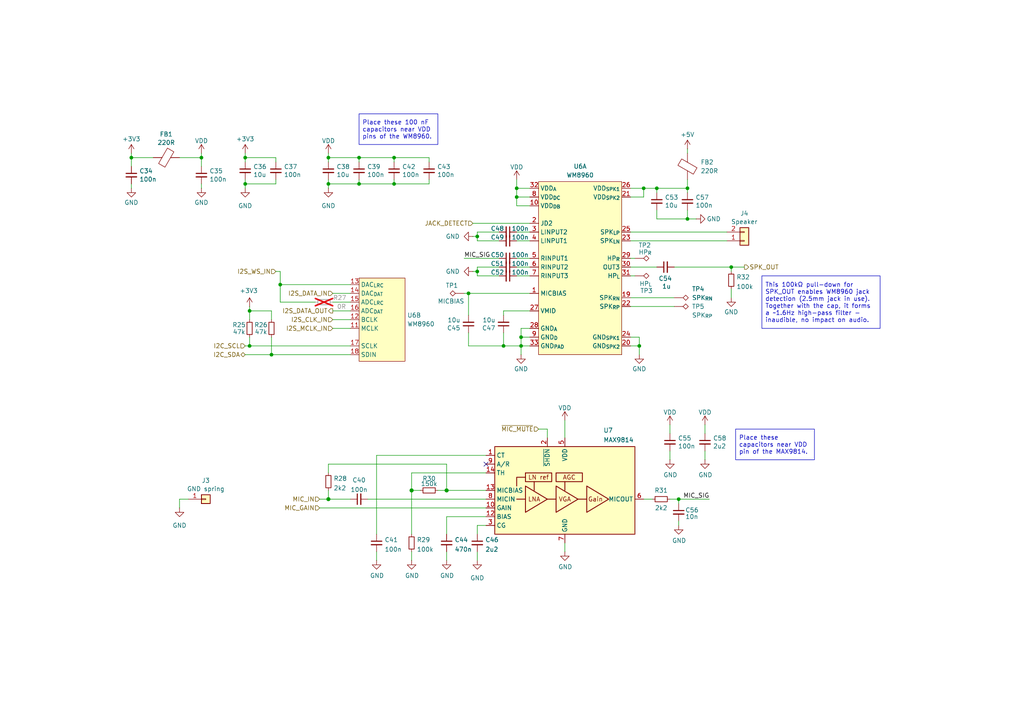
<source format=kicad_sch>
(kicad_sch (version 20250114) (generator "eeschema") (generator_version "9.0")
  (paper "A4")
  (title_block (title "LinHT - Linux-based SDR handheld transceiver") (date "17 July 2025") (rev "A") (company "M17 Foundation") (comment 1 "Author: Wojciech SP5WWP, Andy OE3ANC, Vlastimil OK5VAS"))
  (lib_symbols
    (symbol "Amplifier_Audio:MAX9814"
      (property "Reference" "U" (at -20.32 13.97 0))
      (property "Value" "MAX9814" (at 11.43 13.97 0))
      (symbol "MAX9814_0_0"
        (rectangle (start -11.43 5.08) (end -3.81 2.54) (stroke (width 0.254)))
        (polyline (pts (xy -11.43 3.81) (xy -13.97 3.81) (xy -13.97 1.27)) (stroke (width 0.254)))
        (polyline (pts (xy -11.43 -2.54) (xy -13.97 -2.54)) (stroke (width 0.254)))
        (polyline (pts (xy -8.89 2.54) (xy -8.89 0)) (stroke (width 0.254)))
        (polyline (pts (xy -5.08 -2.54) (xy -11.43 1.27) (xy -11.43 -6.35) (xy -5.08 -2.54)) (stroke (width 0.254)))
        (rectangle (start -2.54 5.08) (end 5.08 2.54) (stroke (width 0.254)))
        (polyline (pts (xy -2.54 -2.54) (xy -5.08 -2.54)) (stroke (width 0.254)))
        (polyline (pts (xy 0 2.54) (xy 0 0)) (stroke (width 0.254)))
        (polyline (pts (xy 3.81 -2.54) (xy 6.35 -2.54)) (stroke (width 0.254)))
        (polyline (pts (xy 3.81 -2.54) (xy -2.54 1.27) (xy -2.54 -6.35) (xy 3.81 -2.54)) (stroke (width 0.254)))
        (polyline (pts (xy 12.7 -2.54) (xy 6.35 1.27) (xy 6.35 -6.35) (xy 12.7 -2.54)) (stroke (width 0.254)))
        (text "LNA" (at -8.89 -2.54 0) (effects (font (size 1.27 1.27))))
        (text "LN ref" (at -7.62 3.81 0) (effects (font (size 1.27 1.27))))
        (text "VGA" (at 0 -2.54 0) (effects (font (size 1.27 1.27))))
        (text "AGC" (at 1.27 3.81 0) (effects (font (size 1.27 1.27))))
        (text "Gain" (at 8.89 -2.54 0) (effects (font (size 1.27 1.27))))
      )
      (symbol "MAX9814_0_1"
        (rectangle (start -20.32 12.7) (end 20.32 -12.7) (stroke (width 0.254)) (fill (type background)))
      )
      (symbol "MAX9814_1_1"
        (pin input line (at -22.86 10.16 0) (length 2.54) (name "CT") (number "1"))
        (pin input line (at -22.86 7.62 0) (length 2.54) (name "A/R") (number "9"))
        (pin input line (at -22.86 5.08 0) (length 2.54) (name "TH") (number "14"))
        (pin output line (at -22.86 0 0) (length 2.54) (name "MICBIAS") (number "13"))
        (pin input line (at -22.86 -2.54 0) (length 2.54) (name "MICIN") (number "8"))
        (pin input line (at -22.86 -5.08 0) (length 2.54) (name "GAIN") (number "10"))
        (pin passive line (at -22.86 -7.62 0) (length 2.54) (name "BIAS") (number "12"))
        (pin passive line (at -22.86 -10.16 0) (length 2.54) (name "CG") (number "3"))
        (pin input line (at -5.08 15.24 270) (length 2.54) (name "~{SHDN}") (number "2"))
        (pin power_in line (at 0 15.24 270) (length 2.54) (name "VDD") (number "5"))
        (pin passive line (at 0 -15.24 90) (length 2.54) (hide yes) (name "GND") (number "11"))
        (pin passive line (at 0 -15.24 90) (length 2.54) (hide yes) (name "GND") (number "15"))
        (pin passive line (at 0 -15.24 90) (length 2.54) (hide yes) (name "GND") (number "4"))
        (pin power_in line (at 0 -15.24 90) (length 2.54) (name "GND") (number "7"))
        (pin output line (at 22.86 -2.54 180) (length 2.54) (name "MICOUT") (number "6"))
      )
    )
    (symbol "Connector:TestPoint_Alt" (pin_numbers (hide yes)) (pin_names (offset 0.762) (hide yes))
      (property "Reference" "TP" (at 0 6.858 0))
      (property "Value" "TestPoint_Alt" (at 0 5.08 0))
      (symbol "TestPoint_Alt_0_1"
        (polyline (pts (xy 0 2.54) (xy -0.762 3.302) (xy 0 4.064) (xy 0.762 3.302) (xy 0 2.54)))
      )
      (symbol "TestPoint_Alt_1_1"
        (pin passive line (at 0 0 90) (length 2.54) (name "1") (number "1"))
      )
    )
    (symbol "Connector_Generic:Conn_01x01" (pin_names (offset 1.016) (hide yes))
      (property "Reference" "J" (at 0 2.54 0))
      (property "Value" "Conn_01x01" (at 0 -2.54 0))
      (symbol "Conn_01x01_1_1"
        (rectangle (start -1.27 1.27) (end 1.27 -1.27) (stroke (width 0.254)) (fill (type background)))
        (rectangle (start -1.27 0.127) (end 0 -0.127) (stroke (width 0.1524)))
        (pin passive line (at -5.08 0 0) (length 3.81) (name "Pin_1") (number "1"))
      )
    )
    (symbol "Connector_Generic:Conn_01x02" (pin_names (offset 1.016) (hide yes))
      (property "Reference" "J" (at 0 2.54 0))
      (property "Value" "Conn_01x02" (at 0 -5.08 0))
      (symbol "Conn_01x02_1_1"
        (rectangle (start -1.27 1.27) (end 1.27 -3.81) (stroke (width 0.254)) (fill (type background)))
        (rectangle (start -1.27 0.127) (end 0 -0.127) (stroke (width 0.1524)))
        (rectangle (start -1.27 -2.413) (end 0 -2.667) (stroke (width 0.1524)))
        (pin passive line (at -5.08 0 0) (length 3.81) (name "Pin_1") (number "1"))
        (pin passive line (at -5.08 -2.54 0) (length 3.81) (name "Pin_2") (number "2"))
      )
    )
    (symbol "Device:C_Small" (pin_numbers (hide yes)) (pin_names (offset 0.254) (hide yes))
      (property "Reference" "C" (at 0.254 1.778 0))
      (property "Value" "C_Small" (at 0.254 -2.032 0))
      (symbol "C_Small_0_1"
        (polyline (pts (xy -1.524 0.508) (xy 1.524 0.508)) (stroke (width 0.3048)))
        (polyline (pts (xy -1.524 -0.508) (xy 1.524 -0.508)) (stroke (width 0.3302)))
      )
      (symbol "C_Small_1_1"
        (pin passive line (at 0 2.54 270) (length 2.032) (name "~") (number "1"))
        (pin passive line (at 0 -2.54 90) (length 2.032) (name "~") (number "2"))
      )
    )
    (symbol "Device:FerriteBead" (pin_numbers (hide yes)) (pin_names (offset 0))
      (property "Reference" "FB" (at -3.81 0.635 90))
      (property "Value" "FerriteBead" (at 3.81 0 90))
      (symbol "FerriteBead_0_1"
        (polyline (pts (xy -2.7686 0.4064) (xy -1.7018 2.2606) (xy 2.7686 -0.3048) (xy 1.6764 -2.159) (xy -2.7686 0.4064)))
        (polyline (pts (xy 0 1.27) (xy 0 1.2954)))
        (polyline (pts (xy 0 -1.27) (xy 0 -1.2192)))
      )
      (symbol "FerriteBead_1_1"
        (pin passive line (at 0 3.81 270) (length 2.54) (name "~") (number "1"))
        (pin passive line (at 0 -3.81 90) (length 2.54) (name "~") (number "2"))
      )
    )
    (symbol "Device:R_Small" (pin_numbers (hide yes)) (pin_names (offset 0.254) (hide yes))
      (property "Reference" "R" (at 0.762 0.508 0))
      (property "Value" "R_Small" (at 0.762 -1.016 0))
      (symbol "R_Small_0_1"
        (rectangle (start -0.762 1.778) (end 0.762 -1.778) (stroke (width 0.2032)))
      )
      (symbol "R_Small_1_1"
        (pin passive line (at 0 2.54 270) (length 0.762) (name "~") (number "1"))
        (pin passive line (at 0 -2.54 90) (length 0.762) (name "~") (number "2"))
      )
    )
    (symbol "WM8960:WM8960"
      (property "Reference" "U" (at 3.048 3.048 0))
      (property "Value" "WM8960" (at 11.938 3.048 0))
      (symbol "WM8960_1_1"
        (rectangle (start 2.54 1.905) (end 26.035 -48.26) (fill (type background)))
        (pin power_in line (at 0 0 0) (length 2.54) (name "VDD_{A}") (number "32"))
        (pin power_in line (at 0 -2.54 0) (length 2.54) (name "VDD_{DC}") (number "8"))
        (pin power_in line (at 0 -5.08 0) (length 2.54) (name "VDD_{DB}") (number "10"))
        (pin input line (at 0 -10.16 0) (length 2.54) (name "LINPUT3") (number "2"))
        (pin input line (at 0 -12.7 0) (length 2.54) (name "LINPUT2") (number "3"))
        (pin input line (at 0 -15.24 0) (length 2.54) (name "LINPUT1") (number "4"))
        (pin input line (at 0 -20.32 0) (length 2.54) (name "RINPUT1") (number "5"))
        (pin input line (at 0 -22.86 0) (length 2.54) (name "RINPUT2") (number "6"))
        (pin input line (at 0 -25.4 0) (length 2.54) (name "RINPUT3") (number "7"))
        (pin output line (at 0 -30.48 0) (length 2.54) (name "MICBIAS") (number "1"))
        (pin output line (at 0 -35.56 0) (length 2.54) (name "VMID") (number "27"))
        (pin power_in line (at 0 -40.64 0) (length 2.54) (name "GND_{A}") (number "28"))
        (pin power_in line (at 0 -43.18 0) (length 2.54) (name "GND_{D}") (number "9"))
        (pin power_in line (at 0 -45.72 0) (length 2.54) (name "GND_{PAD}") (number "33"))
        (pin power_in line (at 29.21 0 180) (length 2.54) (name "VDD_{SPK1}") (number "26"))
        (pin power_in line (at 29.21 -2.54 180) (length 2.54) (name "VDD_{SPK2}") (number "21"))
        (pin output line (at 29.21 -12.7 180) (length 2.54) (name "SPK_{LP}") (number "25"))
        (pin output line (at 29.21 -15.24 180) (length 2.54) (name "SPK_{LN}") (number "23"))
        (pin output line (at 29.21 -20.32 180) (length 2.54) (name "HP_{R}") (number "29"))
        (pin output line (at 29.21 -22.86 180) (length 2.54) (name "OUT3") (number "30"))
        (pin output line (at 29.21 -25.4 180) (length 2.54) (name "HP_{L}") (number "31"))
        (pin output line (at 29.21 -31.75 180) (length 2.54) (name "SPK_{RN}") (number "19"))
        (pin output line (at 29.21 -34.29 180) (length 2.54) (name "SPK_{RP}") (number "22"))
        (pin power_in line (at 29.21 -43.18 180) (length 2.54) (name "GND_{SPK1}") (number "24"))
        (pin power_in line (at 29.21 -45.72 180) (length 2.54) (name "GND_{SPK2}") (number "20"))
      )
      (symbol "WM8960_2_1"
        (rectangle (start 2.54 1.905) (end 15.875 -22.225) (fill (type background)))
        (pin bidirectional line (at 0 0 0) (length 2.54) (name "DAC_{LRC}") (number "13"))
        (pin input line (at 0 -2.54 0) (length 2.54) (name "DAC_{DAT}") (number "14"))
        (pin bidirectional line (at 0 -5.08 0) (length 2.54) (name "ADC_{LRC}") (number "15"))
        (pin output line (at 0 -7.62 0) (length 2.54) (name "ADC_{DAT}") (number "16"))
        (pin bidirectional line (at 0 -10.16 0) (length 2.54) (name "BCLK") (number "12"))
        (pin input line (at 0 -12.7 0) (length 2.54) (name "MCLK") (number "11"))
        (pin input line (at 0 -17.78 0) (length 2.54) (name "SCLK") (number "17"))
        (pin bidirectional line (at 0 -20.32 0) (length 2.54) (name "SDIN") (number "18"))
      )
    )
    (symbol "WM8960_1"
      (property "Reference" "U" (at 3.048 3.048 0))
      (property "Value" "WM8960" (at 11.938 3.048 0))
      (symbol "WM8960_1_1_1"
        (rectangle (start 2.54 1.905) (end 26.67 -48.26) (fill (type background)))
        (pin power_in line (at 0 0 0) (length 2.54) (name "VDD_{A}") (number "32"))
        (pin power_in line (at 0 -2.54 0) (length 2.54) (name "VDD_{DC}") (number "8"))
        (pin power_in line (at 0 -5.08 0) (length 2.54) (name "VDD_{DB}") (number "10"))
        (pin input line (at 0 -10.16 0) (length 2.54) (name "LINPUT3") (number "2") (alternate "JD2" input line))
        (pin input line (at 0 -12.7 0) (length 2.54) (name "LINPUT2") (number "3"))
        (pin input line (at 0 -15.24 0) (length 2.54) (name "LINPUT1") (number "4"))
        (pin input line (at 0 -20.32 0) (length 2.54) (name "RINPUT1") (number "5"))
        (pin input line (at 0 -22.86 0) (length 2.54) (name "RINPUT2") (number "6"))
        (pin input line (at 0 -25.4 0) (length 2.54) (name "RINPUT3") (number "7"))
        (pin output line (at 0 -30.48 0) (length 2.54) (name "MICBIAS") (number "1"))
        (pin output line (at 0 -35.56 0) (length 2.54) (name "VMID") (number "27"))
        (pin power_in line (at 0 -40.64 0) (length 2.54) (name "GND_{A}") (number "28"))
        (pin power_in line (at 0 -43.18 0) (length 2.54) (name "GND_{D}") (number "9"))
        (pin power_in line (at 0 -45.72 0) (length 2.54) (name "GND_{PAD}") (number "33"))
        (pin power_in line (at 29.21 0 180) (length 2.54) (name "VDD_{SPK1}") (number "26"))
        (pin power_in line (at 29.21 -2.54 180) (length 2.54) (name "VDD_{SPK2}") (number "21"))
        (pin output line (at 29.21 -12.7 180) (length 2.54) (name "SPK_{LP}") (number "25"))
        (pin output line (at 29.21 -15.24 180) (length 2.54) (name "SPK_{LN}") (number "23"))
        (pin output line (at 29.21 -20.32 180) (length 2.54) (name "HP_{R}") (number "29"))
        (pin output line (at 29.21 -22.86 180) (length 2.54) (name "OUT3") (number "30"))
        (pin output line (at 29.21 -25.4 180) (length 2.54) (name "HP_{L}") (number "31"))
        (pin output line (at 29.21 -31.75 180) (length 2.54) (name "SPK_{RN}") (number "19"))
        (pin output line (at 29.21 -34.29 180) (length 2.54) (name "SPK_{RP}") (number "22"))
        (pin power_in line (at 29.21 -43.18 180) (length 2.54) (name "GND_{SPK1}") (number "24"))
        (pin power_in line (at 29.21 -45.72 180) (length 2.54) (name "GND_{SPK2}") (number "20"))
      )
      (symbol "WM8960_1_2_1"
        (rectangle (start 2.54 1.905) (end 15.875 -22.225) (fill (type background)))
        (pin bidirectional line (at 0 0 0) (length 2.54) (name "DAC_{LRC}") (number "13"))
        (pin input line (at 0 -2.54 0) (length 2.54) (name "DAC_{DAT}") (number "14"))
        (pin bidirectional line (at 0 -5.08 0) (length 2.54) (name "ADC_{LRC}") (number "15"))
        (pin output line (at 0 -7.62 0) (length 2.54) (name "ADC_{DAT}") (number "16"))
        (pin bidirectional line (at 0 -10.16 0) (length 2.54) (name "BCLK") (number "12"))
        (pin input line (at 0 -12.7 0) (length 2.54) (name "MCLK") (number "11"))
        (pin input line (at 0 -17.78 0) (length 2.54) (name "SCLK") (number "17"))
        (pin bidirectional line (at 0 -20.32 0) (length 2.54) (name "SDIN") (number "18"))
      )
    )
    (symbol "power:+3V3" (power) (pin_numbers (hide yes)) (pin_names (offset 0) (hide yes))
      (property "Value" "+3V3" (at 0 3.556 0))
      (symbol "+3V3_0_1"
        (polyline (pts (xy -0.762 1.27) (xy 0 2.54)))
        (polyline (pts (xy 0 2.54) (xy 0.762 1.27)))
        (polyline (pts (xy 0 0) (xy 0 2.54)))
      )
      (symbol "+3V3_1_1"
        (pin power_in line (at 0 0 90) (length 0) (name "~") (number "1"))
      )
    )
    (symbol "power:+5V" (power) (pin_numbers (hide yes)) (pin_names (offset 0) (hide yes))
      (property "Value" "+5V" (at 0 3.556 0))
      (symbol "+5V_0_1"
        (polyline (pts (xy -0.762 1.27) (xy 0 2.54)))
        (polyline (pts (xy 0 2.54) (xy 0.762 1.27)))
        (polyline (pts (xy 0 0) (xy 0 2.54)))
      )
      (symbol "+5V_1_1"
        (pin power_in line (at 0 0 90) (length 0) (name "~") (number "1"))
      )
    )
    (symbol "power:GND" (power) (pin_numbers (hide yes)) (pin_names (offset 0) (hide yes))
      (property "Value" "GND" (at 0 -3.81 0))
      (symbol "GND_0_1"
        (polyline (pts (xy 0 0) (xy 0 -1.27) (xy 1.27 -1.27) (xy 0 -2.54) (xy -1.27 -1.27) (xy 0 -1.27)))
      )
      (symbol "GND_1_1"
        (pin power_in line (at 0 0 270) (length 0) (name "~") (number "1"))
      )
    )
    (symbol "power:VDD" (power) (pin_names (offset 0))
      (property "Value" "VDD" (at 0 3.81 0))
      (symbol "VDD_0_1"
        (polyline (pts (xy -0.762 1.27) (xy 0 2.54)))
        (polyline (pts (xy 0 2.54) (xy 0.762 1.27)))
        (polyline (pts (xy 0 0) (xy 0 2.54)))
      )
      (symbol "VDD_1_1"
        (pin power_in line (at 0 0 90) (length 0) (hide yes) (name "VDD") (number "1"))
      )
    )
  )
  (text_box "Place these capacitors near VDD pin of the MAX9814." (at 213.36 124.46 0) (size 22.86 8.89) (margins 0.9525 0.9525 0.9525 0.9525) (effects (font (size 1.27 1.27)) (justify left)))
  (text_box "Place these 100 nF capacitors near VDD pins of the WM8960." (at 104.14 33.02 0) (size 22.86 8.89) (margins 0.9525 0.9525 0.9525 0.9525) (effects (font (size 1.27 1.27)) (justify left)))
  (text_box "This 100 kΩ pull-down for SPK_OUT enables WM8960 jack detection (2.5 mm jack in use). Together with the cap, it forms a ~1.6 Hz high-pass filter - inaudible, no impact on audio." (at 220.98 80.01 0) (size 34.29 15.24) (margins 0.9525 0.9525 0.9525 0.9525) (effects (font (size 1.27 1.27)) (justify left)))
  (junction (at 149.86 54.61))
  (junction (at 114.3 45.72))
  (junction (at 151.13 97.79))
  (junction (at 95.25 53.34))
  (junction (at 78.74 102.87))
  (junction (at 119.38 142.24) (diameter 1.016))
  (junction (at 129.54 142.24) (diameter 1.016))
  (junction (at 135.89 85.09))
  (junction (at 138.43 78.74))
  (junction (at 186.69 54.61))
  (junction (at 95.25 45.72))
  (junction (at 185.42 100.33))
  (junction (at 95.25 144.78) (diameter 1.016))
  (junction (at 114.3 53.34))
  (junction (at 199.39 54.61))
  (junction (at 151.13 100.33))
  (junction (at 38.1 45.72))
  (junction (at 146.05 100.33))
  (junction (at 199.39 63.5))
  (junction (at 72.39 100.33))
  (junction (at 104.14 45.72))
  (junction (at 190.5 54.61))
  (junction (at 104.14 53.34))
  (junction (at 138.43 68.58))
  (junction (at 196.85 144.78))
  (junction (at 81.28 82.55))
  (junction (at 212.09 77.47))
  (junction (at 71.12 53.34))
  (junction (at 58.42 45.72))
  (junction (at 149.86 57.15))
  (junction (at 71.12 45.72))
  (junction (at 72.39 90.17))
  (no_connect (at 140.97 134.62))
  (wire (pts (xy 186.69 144.78) (xy 189.23 144.78)))
  (wire (pts (xy 201.93 63.5) (xy 199.39 63.5)))
  (wire (pts (xy 95.25 53.34) (xy 104.14 53.34)))
  (wire (pts (xy 190.5 54.61) (xy 199.39 54.61)))
  (wire (pts (xy 92.71 147.32) (xy 140.97 147.32)))
  (wire (pts (xy 104.14 52.07) (xy 104.14 53.34)))
  (wire (pts (xy 149.86 54.61) (xy 153.67 54.61)))
  (wire (pts (xy 182.88 67.31) (xy 210.82 67.31)))
  (wire (pts (xy 71.12 53.34) (xy 71.12 54.61)))
  (wire (pts (xy 138.43 69.85) (xy 138.43 68.58)))
  (wire (pts (xy 138.43 77.47) (xy 144.78 77.47)))
  (wire (pts (xy 38.1 45.72) (xy 38.1 48.26)))
  (wire (pts (xy 114.3 52.07) (xy 114.3 53.34)))
  (wire (pts (xy 182.88 97.79) (xy 185.42 97.79)))
  (wire (pts (xy 199.39 52.07) (xy 199.39 54.61)))
  (wire (pts (xy 149.86 54.61) (xy 149.86 52.07)))
  (wire (pts (xy 129.54 142.24) (xy 140.97 142.24)))
  (wire (pts (xy 204.47 130.81) (xy 204.47 133.35)))
  (wire (pts (xy 151.13 100.33) (xy 151.13 102.87)))
  (wire (pts (xy 78.74 92.71) (xy 78.74 90.17)))
  (wire (pts (xy 106.68 144.78) (xy 140.97 144.78)))
  (wire (pts (xy 58.42 48.26) (xy 58.42 45.72)))
  (wire (pts (xy 127 142.24) (xy 129.54 142.24)))
  (wire (pts (xy 71.12 102.87) (xy 78.74 102.87)))
  (wire (pts (xy 149.86 67.31) (xy 153.67 67.31)))
  (wire (pts (xy 194.31 130.81) (xy 194.31 133.35)))
  (wire (pts (xy 199.39 63.5) (xy 190.5 63.5)))
  (wire (pts (xy 149.86 57.15) (xy 149.86 54.61)))
  (wire (pts (xy 109.22 132.08) (xy 109.22 154.94)))
  (wire (pts (xy 114.3 45.72) (xy 114.3 46.99)))
  (wire (pts (xy 158.75 127) (xy 158.75 124.46)))
  (wire (pts (xy 135.89 96.52) (xy 135.89 100.33)))
  (wire (pts (xy 182.88 80.01) (xy 184.15 80.01)))
  (wire (pts (xy 149.86 74.93) (xy 153.67 74.93)))
  (wire (pts (xy 38.1 45.72) (xy 44.45 45.72)))
  (wire (pts (xy 138.43 160.02) (xy 138.43 162.56)))
  (wire (pts (xy 80.01 46.99) (xy 80.01 45.72)))
  (wire (pts (xy 140.97 149.86) (xy 129.54 149.86)))
  (wire (pts (xy 124.46 53.34) (xy 114.3 53.34)))
  (wire (pts (xy 190.5 54.61) (xy 190.5 55.88)))
  (wire (pts (xy 199.39 43.18) (xy 199.39 44.45)))
  (wire (pts (xy 95.25 144.78) (xy 101.6 144.78)))
  (wire (pts (xy 195.58 77.47) (xy 212.09 77.47)))
  (wire (pts (xy 81.28 82.55) (xy 101.6 82.55)))
  (wire (pts (xy 194.31 144.78) (xy 196.85 144.78)))
  (wire (pts (xy 138.43 152.4) (xy 138.43 154.94)))
  (wire (pts (xy 137.16 64.77) (xy 153.67 64.77)))
  (wire (pts (xy 138.43 69.85) (xy 144.78 69.85)))
  (wire (pts (xy 138.43 77.47) (xy 138.43 78.74)))
  (wire (pts (xy 149.86 57.15) (xy 153.67 57.15)))
  (wire (pts (xy 38.1 53.34) (xy 38.1 54.61)))
  (wire (pts (xy 95.25 53.34) (xy 95.25 54.61)))
  (wire (pts (xy 186.69 54.61) (xy 190.5 54.61)))
  (wire (pts (xy 163.83 121.92) (xy 163.83 127)))
  (wire (pts (xy 91.44 87.63) (xy 81.28 87.63)))
  (wire (pts (xy 182.88 54.61) (xy 186.69 54.61)))
  (wire (pts (xy 138.43 80.01) (xy 144.78 80.01)))
  (wire (pts (xy 153.67 95.25) (xy 151.13 95.25)))
  (wire (pts (xy 151.13 95.25) (xy 151.13 97.79)))
  (wire (pts (xy 138.43 67.31) (xy 138.43 68.58)))
  (wire (pts (xy 185.42 97.79) (xy 185.42 100.33)))
  (wire (pts (xy 129.54 149.86) (xy 129.54 154.94)))
  (wire (pts (xy 95.25 134.62) (xy 129.54 134.62)))
  (wire (pts (xy 138.43 68.58) (xy 137.16 68.58)))
  (wire (pts (xy 129.54 160.02) (xy 129.54 162.56)))
  (wire (pts (xy 140.97 132.08) (xy 109.22 132.08)))
  (wire (pts (xy 114.3 53.34) (xy 104.14 53.34)))
  (wire (pts (xy 52.07 144.78) (xy 52.07 147.32)))
  (wire (pts (xy 196.85 144.78) (xy 196.85 146.05)))
  (wire (pts (xy 124.46 52.07) (xy 124.46 53.34)))
  (wire (pts (xy 72.39 90.17) (xy 78.74 90.17)))
  (wire (pts (xy 134.62 74.93) (xy 144.78 74.93)))
  (wire (pts (xy 138.43 78.74) (xy 137.16 78.74)))
  (wire (pts (xy 119.38 160.02) (xy 119.38 162.56)))
  (wire (pts (xy 140.97 152.4) (xy 138.43 152.4)))
  (wire (pts (xy 149.86 59.69) (xy 149.86 57.15)))
  (wire (pts (xy 153.67 90.17) (xy 146.05 90.17)))
  (wire (pts (xy 196.85 151.13) (xy 196.85 152.4)))
  (wire (pts (xy 182.88 69.85) (xy 210.82 69.85)))
  (wire (pts (xy 186.69 57.15) (xy 186.69 54.61)))
  (wire (pts (xy 71.12 100.33) (xy 72.39 100.33)))
  (wire (pts (xy 194.31 123.19) (xy 194.31 125.73)))
  (wire (pts (xy 95.25 134.62) (xy 95.25 137.16)))
  (wire (pts (xy 58.42 45.72) (xy 58.42 44.45)))
  (wire (pts (xy 119.38 142.24) (xy 121.92 142.24)))
  (wire (pts (xy 149.86 77.47) (xy 153.67 77.47)))
  (wire (pts (xy 119.38 142.24) (xy 119.38 154.94)))
  (wire (pts (xy 80.01 52.07) (xy 80.01 53.34)))
  (wire (pts (xy 95.25 52.07) (xy 95.25 53.34)))
  (wire (pts (xy 38.1 44.45) (xy 38.1 45.72)))
  (wire (pts (xy 71.12 44.45) (xy 71.12 45.72)))
  (wire (pts (xy 182.88 88.9) (xy 195.58 88.9)))
  (wire (pts (xy 149.86 80.01) (xy 153.67 80.01)))
  (wire (pts (xy 199.39 60.96) (xy 199.39 63.5)))
  (wire (pts (xy 71.12 52.07) (xy 71.12 53.34)))
  (wire (pts (xy 163.83 157.48) (xy 163.83 160.02)))
  (wire (pts (xy 182.88 74.93) (xy 184.15 74.93)))
  (wire (pts (xy 196.85 144.78) (xy 205.74 144.78)))
  (wire (pts (xy 81.28 78.74) (xy 81.28 82.55)))
  (wire (pts (xy 72.39 92.71) (xy 72.39 90.17)))
  (wire (pts (xy 80.01 78.74) (xy 81.28 78.74)))
  (wire (pts (xy 96.52 85.09) (xy 101.6 85.09)))
  (wire (pts (xy 212.09 83.82) (xy 212.09 86.36)))
  (wire (pts (xy 153.67 85.09) (xy 135.89 85.09)))
  (wire (pts (xy 182.88 57.15) (xy 186.69 57.15)))
  (wire (pts (xy 96.52 90.17) (xy 101.6 90.17)))
  (wire (pts (xy 78.74 102.87) (xy 101.6 102.87)))
  (wire (pts (xy 153.67 59.69) (xy 149.86 59.69)))
  (wire (pts (xy 72.39 100.33) (xy 72.39 97.79)))
  (wire (pts (xy 124.46 45.72) (xy 114.3 45.72)))
  (wire (pts (xy 151.13 100.33) (xy 153.67 100.33)))
  (wire (pts (xy 92.71 144.78) (xy 95.25 144.78)))
  (wire (pts (xy 104.14 46.99) (xy 104.14 45.72)))
  (wire (pts (xy 95.25 46.99) (xy 95.25 45.72)))
  (wire (pts (xy 78.74 102.87) (xy 78.74 97.79)))
  (wire (pts (xy 58.42 53.34) (xy 58.42 54.61)))
  (wire (pts (xy 95.25 45.72) (xy 104.14 45.72)))
  (wire (pts (xy 72.39 90.17) (xy 72.39 88.9)))
  (wire (pts (xy 95.25 44.45) (xy 95.25 45.72)))
  (wire (pts (xy 129.54 142.24) (xy 129.54 134.62)))
  (wire (pts (xy 182.88 77.47) (xy 190.5 77.47)))
  (wire (pts (xy 134.62 85.09) (xy 135.89 85.09)))
  (wire (pts (xy 109.22 160.02) (xy 109.22 162.56)))
  (wire (pts (xy 96.52 92.71) (xy 101.6 92.71)))
  (wire (pts (xy 156.21 124.46) (xy 158.75 124.46)))
  (wire (pts (xy 204.47 123.19) (xy 204.47 125.73)))
  (wire (pts (xy 151.13 97.79) (xy 153.67 97.79)))
  (wire (pts (xy 151.13 97.79) (xy 151.13 100.33)))
  (wire (pts (xy 135.89 85.09) (xy 135.89 91.44)))
  (wire (pts (xy 114.3 45.72) (xy 104.14 45.72)))
  (wire (pts (xy 72.39 100.33) (xy 101.6 100.33)))
  (wire (pts (xy 185.42 100.33) (xy 185.42 102.87)))
  (wire (pts (xy 96.52 95.25) (xy 101.6 95.25)))
  (wire (pts (xy 212.09 77.47) (xy 212.09 78.74)))
  (wire (pts (xy 212.09 77.47) (xy 215.9 77.47)))
  (wire (pts (xy 52.07 45.72) (xy 58.42 45.72)))
  (wire (pts (xy 138.43 67.31) (xy 144.78 67.31)))
  (wire (pts (xy 71.12 45.72) (xy 71.12 46.99)))
  (wire (pts (xy 71.12 53.34) (xy 80.01 53.34)))
  (wire (pts (xy 199.39 54.61) (xy 199.39 55.88)))
  (wire (pts (xy 95.25 142.24) (xy 95.25 144.78)))
  (wire (pts (xy 81.28 87.63) (xy 81.28 82.55)))
  (wire (pts (xy 124.46 46.99) (xy 124.46 45.72)))
  (wire (pts (xy 182.88 86.36) (xy 195.58 86.36)))
  (wire (pts (xy 146.05 90.17) (xy 146.05 91.44)))
  (wire (pts (xy 146.05 96.52) (xy 146.05 100.33)))
  (wire (pts (xy 182.88 100.33) (xy 185.42 100.33)))
  (wire (pts (xy 96.52 87.63) (xy 101.6 87.63)))
  (wire (pts (xy 149.86 69.85) (xy 153.67 69.85)))
  (wire (pts (xy 119.38 137.16) (xy 119.38 142.24)))
  (wire (pts (xy 138.43 80.01) (xy 138.43 78.74)))
  (wire (pts (xy 146.05 100.33) (xy 151.13 100.33)))
  (wire (pts (xy 80.01 45.72) (xy 71.12 45.72)))
  (wire (pts (xy 190.5 63.5) (xy 190.5 60.96)))
  (wire (pts (xy 140.97 137.16) (xy 119.38 137.16)))
  (wire (pts (xy 135.89 100.33) (xy 146.05 100.33)))
  (wire (pts (xy 54.61 144.78) (xy 52.07 144.78)))
  (label "MIC_SIG" (at 134.62 74.93 0))
  (label "MIC_SIG" (at 205.74 144.78 180))
  (hierarchical_label "I2C_SDA" (shape bidirectional) (at 71.12 102.87 180))
  (hierarchical_label "~{MIC_MUTE}" (shape input) (at 156.21 124.46 180))
  (hierarchical_label "JACK_DETECT" (shape input) (at 137.16 64.77 180))
  (hierarchical_label "MIC_IN" (shape input) (at 92.71 144.78 180))
  (hierarchical_label "I2S_DATA_IN" (shape input) (at 96.52 85.09 180))
  (hierarchical_label "I2S_CLK_IN" (shape input) (at 96.52 92.71 180))
  (hierarchical_label "I2S_MCLK_IN" (shape input) (at 96.52 95.25 180))
  (hierarchical_label "I2S_DATA_OUT" (shape output) (at 96.52 90.17 180))
  (hierarchical_label "MIC_GAIN" (shape input) (at 92.71 147.32 180))
  (hierarchical_label "I2C_SCL" (shape input) (at 71.12 100.33 180))
  (hierarchical_label "I2S_WS_IN" (shape input) (at 80.01 78.74 180))
  (hierarchical_label "SPK_OUT" (shape output) (at 215.9 77.47 0))
  (symbol (lib_id "Device:C_Small") (at 194.31 128.27 0) (unit 1)
    (property "Reference" "C55" (at 196.6468 127.1016 0) (effects (justify left)))
    (property "Value" "100n" (at 196.6468 129.413 0) (effects (justify left)))
    (property "Footprint" "Capacitor_SMD:C_0402_1005Metric" (effects (hide yes)))
  )
  (symbol (lib_id "Device:C_Small") (at 204.47 128.27 0) (unit 1)
    (property "Reference" "C58" (at 206.8068 127.1016 0) (effects (justify left)))
    (property "Value" "2u2" (at 206.8068 129.413 0) (effects (justify left)))
    (property "Footprint" "Capacitor_SMD:C_0402_1005Metric" (effects (hide yes)))
  )
  (symbol (lib_id "power:GND") (at 194.31 133.35 0) (unit 1)
    (property "Reference" "#PWR075" (effects (hide yes)))
    (property "Value" "GND" (at 194.437 137.7442 0))
    (property "Description" "Power symbol creates a global label with name \"GND\" , ground" (effects (hide yes)))
  )
  (symbol (lib_id "power:GND") (at 204.47 133.35 0) (unit 1)
    (property "Reference" "#PWR080" (effects (hide yes)))
    (property "Value" "GND" (at 204.597 137.7442 0))
    (property "Description" "Power symbol creates a global label with name \"GND\" , ground" (effects (hide yes)))
  )
  (symbol (lib_id "Device:C_Small") (at 114.3 49.53 0) (unit 1)
    (property "Reference" "C42" (at 116.6368 48.3616 0) (effects (justify left)))
    (property "Value" "100n" (at 116.6368 50.673 0) (effects (justify left)))
    (property "Footprint" "Capacitor_SMD:C_0402_1005Metric" (effects (hide yes)))
  )
  (symbol (lib_id "Device:C_Small") (at 124.46 49.53 0) (unit 1)
    (property "Reference" "C43" (at 126.7968 48.3616 0) (effects (justify left)))
    (property "Value" "100n" (at 126.7968 50.673 0) (effects (justify left)))
    (property "Footprint" "Capacitor_SMD:C_0402_1005Metric" (effects (hide yes)))
  )
  (symbol (lib_id "Device:C_Small") (at 104.14 144.78 90) (unit 1)
    (property "Reference" "C40" (at 104.14 139.2513 90))
    (property "Value" "100n" (at 104.14 142.0264 90))
    (property "Footprint" "Capacitor_SMD:C_0402_1005Metric" (effects (hide yes)))
  )
  (symbol (lib_id "power:GND") (at 95.25 54.61 0) (unit 1)
    (property "Reference" "#PWR062" (effects (hide yes)))
    (property "Value" "GND" (at 95.25 59.69 0))
    (property "Description" "Power symbol creates a global label with name \"GND\" , ground" (effects (hide yes)))
  )
  (symbol (lib_id "WM8960:WM8960") (at 101.6 82.55 0) (unit 2)
    (property "Reference" "U6" (at 118.11 91.4399 0) (effects (justify left)))
    (property "Value" "WM8960" (at 118.11 93.9799 0) (effects (justify left)))
    (property "Footprint" "Package_DFN_QFN:QFN-32-1EP_5x5mm_P0.5mm_EP3.6x3.6mm_ThermalVias" (effects (hide yes)))
    (property "Description" "Stereo CODEC with 1W Stereo Class D Speaker Drivers and Headphone Drivers. Discontinued in January 2024, not recommended for new designs." (effects (hide yes)))
    (property "LCSC" "C18752" (effects (hide yes)))
    (pin "2" (alternate "JD2"))
  )
  (symbol (lib_id "Connector_Generic:Conn_01x02") (at 215.9 69.85 0) (mirror x) (unit 1)
    (property "Reference" "J4" (at 215.9 61.8955 0))
    (property "Value" "Speaker" (at 215.9 64.3198 0))
    (property "Description" "Generic connector, single row, 01x02, script generated (kicad-library-utils/schlib/autogen/connector/)" (effects (hide yes)))
  )
  (symbol (lib_id "Device:C_Small") (at 95.25 49.53 0) (unit 1)
    (property "Reference" "C38" (at 97.5868 48.3616 0) (effects (justify left)))
    (property "Value" "10u" (at 97.5868 50.673 0) (effects (justify left)))
    (property "Footprint" "Capacitor_SMD:C_0402_1005Metric" (effects (hide yes)))
    (property "PN" "581-KGM05CR51A106MH" (effects (hide yes)))
    (property "MPN" "KGM05CR51A106MH" (effects (hide yes)))
  )
  (symbol (lib_id "power:GND") (at 58.42 54.61 0) (unit 1)
    (property "Reference" "#PWR057" (effects (hide yes)))
    (property "Value" "GND" (at 58.42 58.7431 0))
    (property "Description" "Power symbol creates a global label with name \"GND\" , ground" (effects (hide yes)))
  )
  (symbol (lib_id "power:GND") (at 38.1 54.61 0) (unit 1)
    (property "Reference" "#PWR054" (effects (hide yes)))
    (property "Value" "GND" (at 38.1 58.7431 0))
    (property "Description" "Power symbol creates a global label with name \"GND\" , ground" (effects (hide yes)))
  )
  (symbol (lib_id "Device:C_Small") (at 146.05 93.98 180) (unit 1)
    (property "Reference" "C47" (at 143.7132 95.1484 0) (effects (justify left)))
    (property "Value" "10u" (at 143.7132 92.837 0) (effects (justify left)))
    (property "Footprint" "Capacitor_SMD:C_0402_1005Metric" (effects (hide yes)))
    (property "PN" "581-KGM05CR51A106MH" (effects (hide yes)))
    (property "MPN" "KGM05CR51A106MH" (effects (hide yes)))
  )
  (symbol (lib_id "power:VDD") (at 149.86 52.07 0) (unit 1)
    (property "Reference" "#PWR069" (effects (hide yes)))
    (property "Value" "VDD" (at 149.86 48.4654 0))
  )
  (symbol (lib_id "power:GND") (at 119.38 162.56 0) (unit 1)
    (property "Reference" "#PWR064" (effects (hide yes)))
    (property "Value" "GND" (at 119.507 166.9542 0))
    (property "Description" "Power symbol creates a global label with name \"GND\" , ground" (effects (hide yes)))
  )
  (symbol (lib_id "power:GND") (at 129.54 162.56 0) (unit 1)
    (property "Reference" "#PWR065" (effects (hide yes)))
    (property "Value" "GND" (at 129.667 166.9542 0))
    (property "Description" "Power symbol creates a global label with name \"GND\" , ground" (effects (hide yes)))
  )
  (symbol (lib_id "power:+5V") (at 199.39 43.18 0) (unit 1)
    (property "Reference" "#PWR077" (effects (hide yes)))
    (property "Value" "+5V" (at 199.39 39.0469 0))
    (property "Description" "Power symbol creates a global label with name \"+5V\"" (effects (hide yes)))
  )
  (symbol (lib_id "power:GND") (at 196.85 152.4 0) (unit 1)
    (property "Reference" "#PWR076" (effects (hide yes)))
    (property "Value" "GND" (at 196.977 156.7942 0))
    (property "Description" "Power symbol creates a global label with name \"GND\" , ground" (effects (hide yes)))
  )
  (symbol (lib_id "Device:R_Small") (at 72.39 95.25 0) (unit 1)
    (property "Reference" "R25" (at 69.342 94.234 0))
    (property "Value" "47k" (at 69.342 96.266 0))
    (property "Footprint" "Resistor_SMD:R_0402_1005Metric" (effects (hide yes)))
  )
  (symbol (lib_id "Device:C_Small") (at 193.04 77.47 90) (unit 1)
    (property "Reference" "C54" (at 191.008 80.772 90) (effects (justify right)))
    (property "Value" "1u" (at 192.024 83.058 90) (effects (justify right)))
    (property "Footprint" "Capacitor_SMD:C_0402_1005Metric" (effects (hide yes)))
  )
  (symbol (lib_id "Device:C_Small") (at 147.32 77.47 270) (mirror x) (unit 1)
    (property "Reference" "C51" (at 144.272 76.454 90))
    (property "Value" "100n" (at 150.876 76.454 90))
    (property "Footprint" "Capacitor_SMD:C_0402_1005Metric" (effects (hide yes)))
  )
  (symbol (lib_id "Device:C_Small") (at 147.32 74.93 90) (mirror x) (unit 1)
    (property "Reference" "C50" (at 144.272 73.914 90))
    (property "Value" "100n" (at 150.876 73.914 90))
    (property "Footprint" "Capacitor_SMD:C_0402_1005Metric" (effects (hide yes)))
  )
  (symbol (lib_id "Device:C_Small") (at 80.01 49.53 0) (unit 1)
    (property "Reference" "C37" (at 82.3468 48.3616 0) (effects (justify left)))
    (property "Value" "100n" (at 82.3468 50.673 0) (effects (justify left)))
    (property "Footprint" "Capacitor_SMD:C_0402_1005Metric" (effects (hide yes)))
  )
  (symbol (lib_id "Device:R_Small") (at 212.09 81.28 0) (unit 1)
    (property "Reference" "R32" (at 213.5887 80.3715 0) (effects (justify left)))
    (property "Value" "100k" (at 213.5887 83.1466 0) (effects (justify left)))
    (property "Footprint" "Resistor_SMD:R_0402_1005Metric" (effects (hide yes)))
  )
  (symbol (lib_id "power:GND") (at 109.22 162.56 0) (unit 1)
    (property "Reference" "#PWR063" (effects (hide yes)))
    (property "Value" "GND" (at 109.347 166.9542 0))
    (property "Description" "Power symbol creates a global label with name \"GND\" , ground" (effects (hide yes)))
  )
  (symbol (lib_id "power:GND") (at 137.16 68.58 270) (unit 1)
    (property "Reference" "#PWR066" (effects (hide yes)))
    (property "Value" "GND" (at 133.35 68.5799 90) (effects (justify right)))
    (property "Description" "Power symbol creates a global label with name \"GND\" , ground" (effects (hide yes)))
  )
  (symbol (lib_id "Device:C_Small") (at 190.5 58.42 0) (unit 1)
    (property "Reference" "C53" (at 192.8368 57.2516 0) (effects (justify left)))
    (property "Value" "10u" (at 192.8368 59.563 0) (effects (justify left)))
    (property "Footprint" "Capacitor_SMD:C_0402_1005Metric" (effects (hide yes)))
    (property "PN" "581-KGM05CR51A106MH" (effects (hide yes)))
    (property "MPN" "KGM05CR51A106MH" (effects (hide yes)))
  )
  (symbol (lib_id "Device:C_Small") (at 199.39 58.42 0) (unit 1)
    (property "Reference" "C57" (at 201.7268 57.2516 0) (effects (justify left)))
    (property "Value" "100n" (at 201.7268 59.563 0) (effects (justify left)))
    (property "Footprint" "Capacitor_SMD:C_0402_1005Metric" (effects (hide yes)))
  )
  (symbol (lib_id "Device:C_Small") (at 71.12 49.53 0) (unit 1)
    (property "Reference" "C36" (at 73.4568 48.3616 0) (effects (justify left)))
    (property "Value" "10u" (at 73.4568 50.673 0) (effects (justify left)))
    (property "Footprint" "Capacitor_SMD:C_0402_1005Metric" (effects (hide yes)))
    (property "PN" "581-KGM05CR51A106MH" (effects (hide yes)))
    (property "MPN" "KGM05CR51A106MH" (effects (hide yes)))
  )
  (symbol (lib_id "power:GND") (at 201.93 63.5 90) (mirror x) (unit 1)
    (property "Reference" "#PWR078" (effects (hide yes)))
    (property "Value" "GND" (at 207.01 63.5 90))
    (property "Description" "Power symbol creates a global label with name \"GND\" , ground" (effects (hide yes)))
  )
  (symbol (lib_id "Device:C_Small") (at 147.32 69.85 270) (mirror x) (unit 1)
    (property "Reference" "C49" (at 144.272 68.834 90))
    (property "Value" "100n" (at 150.876 68.834 90))
    (property "Footprint" "Capacitor_SMD:C_0402_1005Metric" (effects (hide yes)))
  )
  (symbol (lib_id "Connector:TestPoint_Alt") (at 184.15 80.01 270) (unit 1)
    (property "Reference" "TP3" (at 185.674 84.328 90) (effects (justify left)))
    (property "Value" "HP_{L}" (at 185.42 82.296 90) (effects (justify left)))
    (property "Description" "test point (alternative shape)" (effects (hide yes)))
  )
  (symbol (lib_id "power:GND") (at 137.16 78.74 270) (unit 1)
    (property "Reference" "#PWR067" (effects (hide yes)))
    (property "Value" "GND" (at 133.35 78.7399 90) (effects (justify right)))
    (property "Description" "Power symbol creates a global label with name \"GND\" , ground" (effects (hide yes)))
  )
  (symbol (lib_id "Device:FerriteBead") (at 199.39 48.26 180) (unit 1)
    (property "Reference" "FB2" (at 203.2 47.0407 0) (effects (justify right)))
    (property "Value" "220R" (at 203.2 49.5807 0) (effects (justify right)))
    (property "Footprint" "Inductor_SMD:L_0805_2012Metric" (effects (hide yes)))
    (property "Description" "Ferrite bead" (effects (hide yes)))
  )
  (symbol (lib_id "Device:R_Small") (at 78.74 95.25 0) (unit 1)
    (property "Reference" "R26" (at 75.692 94.234 0))
    (property "Value" "47k" (at 75.692 96.266 0))
    (property "Footprint" "Resistor_SMD:R_0402_1005Metric" (effects (hide yes)))
  )
  (symbol (lib_id "Connector:TestPoint_Alt") (at 134.62 85.09 90) (unit 1)
    (property "Reference" "TP1" (at 131.064 82.804 90))
    (property "Value" "MICBIAS" (at 130.81 87.376 90))
    (property "Description" "test point (alternative shape)" (effects (hide yes)))
  )
  (symbol (lib_id "power:GND") (at 138.43 162.56 0) (unit 1)
    (property "Reference" "#PWR068" (effects (hide yes)))
    (property "Value" "GND" (at 138.43 167.64 0))
    (property "Description" "Power symbol creates a global label with name \"GND\" , ground" (effects (hide yes)))
  )
  (symbol (lib_id "Device:R_Small") (at 93.98 87.63 270) (unit 1) (in_bom no) (dnp yes)
    (property "Reference" "R27" (at 98.552 86.36 90))
    (property "Value" "0R" (at 99.06 88.9 90))
    (property "Footprint" "Resistor_SMD:R_0402_1005Metric" (effects (hide yes)))
  )
  (symbol (lib_id "Device:C_Small") (at 129.54 157.48 0) (unit 1)
    (property "Reference" "C44" (at 131.8642 156.5715 0) (effects (justify left)))
    (property "Value" "470n" (at 131.8642 159.3466 0) (effects (justify left)))
    (property "Footprint" "Capacitor_SMD:C_0402_1005Metric" (effects (hide yes)))
  )
  (symbol (lib_id "Device:C_Small") (at 109.22 157.48 0) (unit 1)
    (property "Reference" "C41" (at 111.5442 156.5715 0) (effects (justify left)))
    (property "Value" "100n" (at 111.5442 159.3466 0) (effects (justify left)))
    (property "Footprint" "Capacitor_SMD:C_0402_1005Metric" (effects (hide yes)))
  )
  (symbol (lib_id "power:GND") (at 151.13 102.87 0) (unit 1)
    (property "Reference" "#PWR070" (effects (hide yes)))
    (property "Value" "GND" (at 151.13 107.0031 0))
    (property "Description" "Power symbol creates a global label with name \"GND\" , ground" (effects (hide yes)))
  )
  (symbol (lib_id "Connector:TestPoint_Alt") (at 195.58 88.9 270) (unit 1)
    (property "Reference" "TP5" (at 200.66 88.9 90) (effects (justify left)))
    (property "Value" "SPK_{RP}" (at 200.66 91.44 90) (effects (justify left)))
    (property "Description" "test point (alternative shape)" (effects (hide yes)))
  )
  (symbol (lib_id "power:+3V3") (at 71.12 44.45 0) (unit 1)
    (property "Reference" "#PWR058" (effects (hide yes)))
    (property "Value" "+3V3" (at 71.12 40.3169 0))
  )
  (symbol (lib_id "power:VDD") (at 95.25 44.45 0) (unit 1)
    (property "Reference" "#PWR061" (effects (hide yes)))
    (property "Value" "VDD" (at 95.25 40.8454 0))
  )
  (symbol (lib_id "power:VDD") (at 58.42 44.45 0) (unit 1)
    (property "Reference" "#PWR056" (effects (hide yes)))
    (property "Value" "VDD" (at 58.42 40.8454 0))
  )
  (symbol (lib_id "power:GND") (at 185.42 102.87 0) (unit 1)
    (property "Reference" "#PWR073" (effects (hide yes)))
    (property "Value" "GND" (at 185.42 107.0031 0))
    (property "Description" "Power symbol creates a global label with name \"GND\" , ground" (effects (hide yes)))
  )
  (symbol (lib_id "power:VDD") (at 163.83 121.92 0) (unit 1)
    (property "Reference" "#PWR071" (effects (hide yes)))
    (property "Value" "VDD" (at 163.83 118.3154 0))
  )
  (symbol (lib_id "power:GND") (at 163.83 160.02 0) (unit 1)
    (property "Reference" "#PWR072" (effects (hide yes)))
    (property "Value" "GND" (at 163.957 164.4142 0))
    (property "Description" "Power symbol creates a global label with name \"GND\" , ground" (effects (hide yes)))
  )
  (symbol (lib_id "power:GND") (at 71.12 54.61 0) (unit 1)
    (property "Reference" "#PWR059" (effects (hide yes)))
    (property "Value" "GND" (at 71.12 59.69 0))
    (property "Description" "Power symbol creates a global label with name \"GND\" , ground" (effects (hide yes)))
  )
  (symbol (lib_id "Device:R_Small") (at 124.46 142.24 90) (unit 1)
    (property "Reference" "R30" (at 124.46 138.8068 90))
    (property "Value" "150k" (at 124.46 140.3119 90))
    (property "Footprint" "Resistor_SMD:R_0402_1005Metric" (effects (hide yes)))
  )
  (symbol (lib_id "Device:R_Small") (at 119.38 157.48 0) (unit 1)
    (property "Reference" "R29" (at 120.8787 156.5715 0) (effects (justify left)))
    (property "Value" "100k" (at 120.8787 159.3466 0) (effects (justify left)))
    (property "Footprint" "Resistor_SMD:R_0402_1005Metric" (effects (hide yes)))
  )
  (symbol (lib_id "Device:C_Small") (at 147.32 80.01 270) (mirror x) (unit 1)
    (property "Reference" "C52" (at 144.272 78.994 90))
    (property "Value" "100n" (at 150.876 78.994 90))
    (property "Footprint" "Capacitor_SMD:C_0402_1005Metric" (effects (hide yes)))
  )
  (symbol (lib_id "Device:FerriteBead") (at 48.26 45.72 90) (unit 1)
    (property "Reference" "FB1" (at 48.2092 38.9339 90))
    (property "Value" "220R" (at 48.2092 41.3582 90))
    (property "Footprint" "Inductor_SMD:L_0805_2012Metric" (effects (hide yes)))
    (property "Description" "Ferrite bead" (effects (hide yes)))
  )
  (symbol (lib_id "Connector:TestPoint_Alt") (at 184.15 74.93 270) (unit 1)
    (property "Reference" "TP2" (at 185.166 71.12 90) (effects (justify left)))
    (property "Value" "HP_{R}" (at 185.166 73.152 90) (effects (justify left)))
    (property "Description" "test point (alternative shape)" (effects (hide yes)))
  )
  (symbol (lib_id "power:VDD") (at 194.31 123.19 0) (unit 1)
    (property "Reference" "#PWR074" (effects (hide yes)))
    (property "Value" "VDD" (at 194.31 119.5854 0))
  )
  (symbol (lib_id "power:GND") (at 52.07 147.32 0) (mirror y) (unit 1)
    (property "Reference" "#PWR055" (effects (hide yes)))
    (property "Value" "GND" (at 52.07 152.4 0))
    (property "Description" "Power symbol creates a global label with name \"GND\" , ground" (effects (hide yes)))
  )
  (symbol (lib_id "Device:C_Small") (at 138.43 157.48 0) (unit 1)
    (property "Reference" "C46" (at 140.7542 156.5715 0) (effects (justify left)))
    (property "Value" "2u2" (at 140.7542 159.3466 0) (effects (justify left)))
    (property "Footprint" "Capacitor_SMD:C_0402_1005Metric" (effects (hide yes)))
  )
  (symbol (lib_id "Device:C_Small") (at 196.85 148.59 0) (unit 1)
    (property "Reference" "C56" (at 198.755 147.955 0) (effects (justify left)))
    (property "Value" "10n" (at 198.755 149.86 0) (effects (justify left)))
    (property "Footprint" "Capacitor_SMD:C_0402_1005Metric" (effects (hide yes)))
    (property "Description" "Unpolarized capacitor, small symbol" (effects (hide yes)))
  )
  (symbol (lib_id "Device:C_Small") (at 104.14 49.53 0) (unit 1)
    (property "Reference" "C39" (at 106.4768 48.3616 0) (effects (justify left)))
    (property "Value" "100n" (at 106.4768 50.673 0) (effects (justify left)))
    (property "Footprint" "Capacitor_SMD:C_0402_1005Metric" (effects (hide yes)))
  )
  (symbol (lib_id "Device:R_Small") (at 95.25 139.7 0) (unit 1)
    (property "Reference" "R28" (at 96.7487 138.7915 0) (effects (justify left)))
    (property "Value" "2k2" (at 96.7487 141.5666 0) (effects (justify left)))
    (property "Footprint" "Resistor_SMD:R_0402_1005Metric" (effects (hide yes)))
  )
  (symbol (lib_id "Device:C_Small") (at 58.42 50.8 0) (unit 1)
    (property "Reference" "C35" (at 60.7441 49.5942 0) (effects (justify left)))
    (property "Value" "100n" (at 60.7441 52.0184 0) (effects (justify left)))
    (property "Footprint" "Capacitor_SMD:C_0402_1005Metric" (effects (hide yes)))
  )
  (symbol (lib_id "Device:R_Small") (at 191.77 144.78 90) (mirror x) (unit 1)
    (property "Reference" "R31" (at 191.77 142.24 90))
    (property "Value" "2k2" (at 191.77 147.32 90))
    (property "Footprint" "Resistor_SMD:R_0402_1005Metric" (effects (hide yes)))
    (property "Description" "Resistor, small symbol" (effects (hide yes)))
  )
  (symbol (lib_id "Connector:TestPoint_Alt") (at 195.58 86.36 270) (unit 1)
    (property "Reference" "TP4" (at 200.66 83.82 90) (effects (justify left)))
    (property "Value" "SPK_{RN}" (at 200.66 86.36 90) (effects (justify left)))
    (property "Description" "test point (alternative shape)" (effects (hide yes)))
  )
  (symbol (lib_id "Device:C_Small") (at 135.89 93.98 180) (unit 1)
    (property "Reference" "C45" (at 133.5532 95.1484 0) (effects (justify left)))
    (property "Value" "10u" (at 133.5532 92.837 0) (effects (justify left)))
    (property "Footprint" "Capacitor_SMD:C_0402_1005Metric" (effects (hide yes)))
    (property "PN" "581-KGM05CR51A106MH" (effects (hide yes)))
    (property "MPN" "KGM05CR51A106MH" (effects (hide yes)))
  )
  (symbol (lib_id "Device:C_Small") (at 38.1 50.8 0) (unit 1)
    (property "Reference" "C34" (at 40.4241 49.5942 0) (effects (justify left)))
    (property "Value" "100n" (at 40.4241 52.0184 0) (effects (justify left)))
    (property "Footprint" "Capacitor_SMD:C_0402_1005Metric" (effects (hide yes)))
  )
  (symbol (lib_id "Amplifier_Audio:MAX9814") (at 163.83 142.24 0) (unit 1)
    (property "Reference" "U7" (at 175.0061 124.8215 0) (effects (justify left)))
    (property "Value" "MAX9814" (at 175.0061 127.5966 0) (effects (justify left)))
    (property "Footprint" "Package_DFN_QFN:DFN-14-1EP_3x3mm_P0.4mm_EP1.78x2.35mm" (effects (hide yes)))
    (property "Datasheet" "https://datasheets.maximintegrated.com/en/ds/MAX9814.pdf" (effects (hide yes)))
    (property "MPN" "MAX9814ETD+T" (effects (hide yes)))
    (property "PN" "700-MAX9814ETDT" (effects (hide yes)))
  )
  (symbol (lib_name "WM8960_1") (lib_id "WM8960:WM8960") (at 153.67 54.61 0) (unit 1)
    (property "Reference" "U6" (at 168.275 48.26 0))
    (property "Value" "WM8960" (at 168.275 50.8 0))
    (property "Footprint" "Package_DFN_QFN:QFN-32-1EP_5x5mm_P0.5mm_EP3.6x3.6mm_ThermalVias" (effects (hide yes)))
    (property "Description" "Stereo CODEC with 1W Stereo Class D Speaker Drivers and Headphone Drivers. Discontinued in January 2024, not recommended for new designs." (effects (hide yes)))
    (property "LCSC" "C18752" (effects (hide yes)))
    (pin "2" (alternate "JD2"))
  )
  (symbol (lib_id "Connector_Generic:Conn_01x01") (at 59.69 144.78 0) (mirror x) (unit 1)
    (property "Reference" "J3" (at 59.69 139.3655 0))
    (property "Value" "GND spring" (at 59.69 141.7898 0))
    (property "Description" "Generic connector, single row, 01x01, script generated (kicad-library-utils/schlib/autogen/connector/)" (effects (hide yes)))
  )
  (symbol (lib_id "power:+3V3") (at 38.1 44.45 0) (unit 1)
    (property "Reference" "#PWR053" (effects (hide yes)))
    (property "Value" "+3V3" (at 38.1 40.3169 0))
  )
  (symbol (lib_id "Device:C_Small") (at 147.32 67.31 270) (mirror x) (unit 1)
    (property "Reference" "C48" (at 144.272 66.294 90))
    (property "Value" "100n" (at 150.876 66.294 90))
    (property "Footprint" "Capacitor_SMD:C_0402_1005Metric" (effects (hide yes)))
  )
  (symbol (lib_id "power:GND") (at 212.09 86.36 0) (unit 1)
    (property "Reference" "#PWR081" (effects (hide yes)))
    (property "Value" "GND" (at 212.09 90.4931 0))
    (property "Description" "Power symbol creates a global label with name \"GND\" , ground" (effects (hide yes)))
  )
  (symbol (lib_id "power:VDD") (at 204.47 123.19 0) (unit 1)
    (property "Reference" "#PWR079" (effects (hide yes)))
    (property "Value" "VDD" (at 204.47 119.5854 0))
  )
  (symbol (lib_id "power:+3V3") (at 72.39 88.9 0) (unit 1)
    (property "Reference" "#PWR060" (effects (hide yes)))
    (property "Value" "+3V3" (at 72.136 84.328 0))
  )
)
</source>
